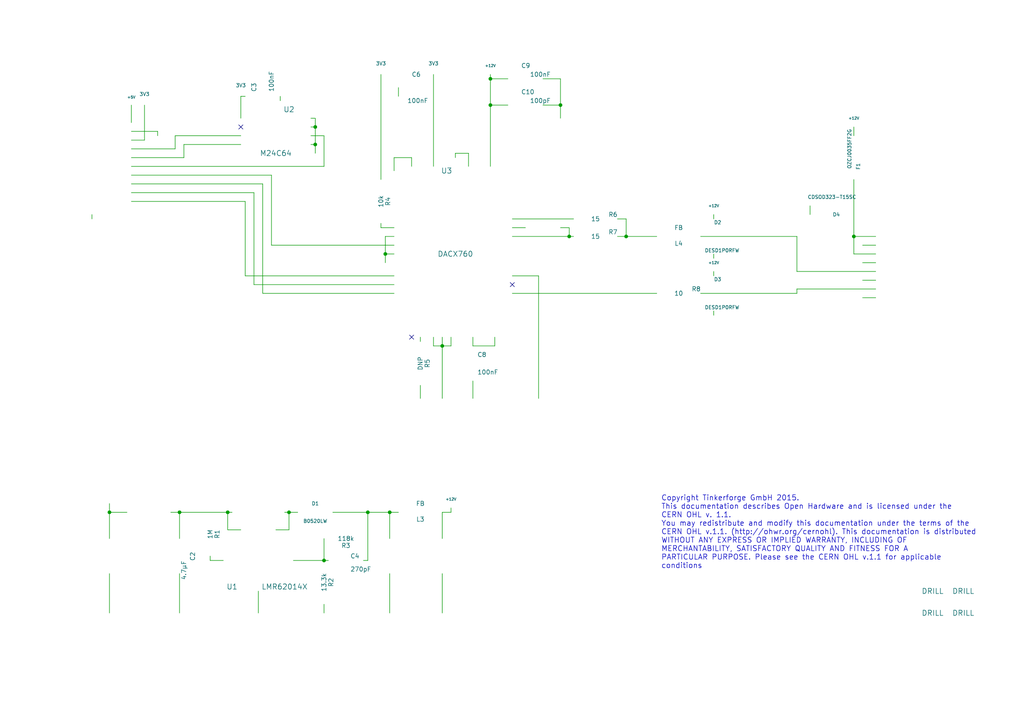
<source format=kicad_sch>
(kicad_sch (version 20230121) (generator eeschema)
  (paper "A4")
  (title_block (title "Industrial Analog Out") (date "Mi 01 Apr 2015") (rev "1.0") (company "Tinkerforge GmbH") (comment 1 "Licensed under CERN OHL v.1.1") (comment 2 "Copyright (©) 2015, B.Nordmeyer <bastian@tinkerforge.com>"))
  (lib_symbols)
  (junction (at 128.27 100.33))
  (junction (at 93.98 162.56))
  (junction (at 91.44 41.91))
  (junction (at 181.61 68.58))
  (junction (at 91.44 36.83))
  (junction (at 52.07 148.59))
  (junction (at 66.04 148.59))
  (junction (at 31.75 148.59))
  (junction (at 165.1 68.58))
  (junction (at 142.24 30.48))
  (junction (at 83.82 148.59))
  (junction (at 162.56 30.48))
  (junction (at 247.65 68.58))
  (junction (at 106.68 148.59))
  (junction (at 142.24 22.86))
  (junction (at 111.76 73.66))
  (junction (at 113.03 148.59))
  (no_connect (at 69.85 36.83))
  (no_connect (at 119.38 97.79))
  (no_connect (at 148.59 82.55))
  (wire (pts (xy 130.81 100.33) (xy 130.81 97.79)))
  (wire (pts (xy 119.38 48.26) (xy 119.38 45.72)))
  (wire (pts (xy 91.44 34.29) (xy 91.44 36.83)))
  (wire (pts (xy 76.2 53.34) (xy 76.2 85.09)))
  (wire (pts (xy 38.1 50.8) (xy 78.74 50.8)))
  (wire (pts (xy 96.52 148.59) (xy 106.68 148.59)))
  (wire (pts (xy 71.12 27.94) (xy 69.85 27.94)))
  (wire (pts (xy 250.19 86.36) (xy 254 86.36)))
  (wire (pts (xy 110.49 66.04) (xy 110.49 64.77)))
  (wire (pts (xy 60.96 162.56) (xy 60.96 161.29)))
  (wire (pts (xy 83.82 148.59) (xy 83.82 153.67)))
  (wire (pts (xy 130.81 147.32) (xy 130.81 148.59)))
  (wire (pts (xy 38.1 55.88) (xy 73.66 55.88)))
  (wire (pts (xy 137.16 110.49) (xy 137.16 115.57)))
  (wire (pts (xy 121.92 99.06) (xy 121.92 97.79)))
  (wire (pts (xy 38.1 40.64) (xy 41.91 40.64)))
  (wire (pts (xy 179.07 68.58) (xy 181.61 68.58)))
  (wire (pts (xy 250.19 76.2) (xy 254 76.2)))
  (wire (pts (xy 148.59 80.01) (xy 156.21 80.01)))
  (wire (pts (xy 231.14 85.09) (xy 231.14 83.82)))
  (wire (pts (xy 181.61 63.5) (xy 181.61 68.58)))
  (wire (pts (xy 69.85 27.94) (xy 69.85 34.29)))
  (wire (pts (xy 113.03 148.59) (xy 113.03 156.21)))
  (wire (pts (xy 93.98 39.37) (xy 93.98 48.26)))
  (wire (pts (xy 157.48 22.86) (xy 162.56 22.86)))
  (wire (pts (xy 78.74 50.8) (xy 78.74 71.12)))
  (wire (pts (xy 165.1 66.04) (xy 165.1 68.58)))
  (wire (pts (xy 53.34 41.91) (xy 69.85 41.91)))
  (wire (pts (xy 85.09 162.56) (xy 93.98 162.56)))
  (wire (pts (xy 121.92 111.76) (xy 121.92 115.57)))
  (wire (pts (xy 115.57 27.94) (xy 115.57 25.4)))
  (wire (pts (xy 247.65 36.83) (xy 247.65 39.37)))
  (wire (pts (xy 125.73 21.59) (xy 125.73 48.26)))
  (wire (pts (xy 254 71.12) (xy 250.19 71.12)))
  (wire (pts (xy 113.03 148.59) (xy 115.57 148.59)))
  (wire (pts (xy 110.49 52.07) (xy 110.49 21.59)))
  (wire (pts (xy 132.08 44.45) (xy 135.89 44.45)))
  (wire (pts (xy 128.27 97.79) (xy 128.27 100.33)))
  (wire (pts (xy 119.38 45.72) (xy 114.3 45.72)))
  (wire (pts (xy 31.75 177.8) (xy 31.75 166.37)))
  (wire (pts (xy 142.24 30.48) (xy 142.24 48.26)))
  (wire (pts (xy 231.14 83.82) (xy 254 83.82)))
  (wire (pts (xy 91.44 36.83) (xy 91.44 41.91)))
  (wire (pts (xy 106.68 148.59) (xy 113.03 148.59)))
  (wire (pts (xy 69.85 39.37) (xy 50.8 39.37)))
  (wire (pts (xy 254 81.28) (xy 250.19 81.28)))
  (wire (pts (xy 128.27 100.33) (xy 128.27 115.57)))
  (wire (pts (xy 91.44 36.83) (xy 90.17 36.83)))
  (wire (pts (xy 78.74 71.12) (xy 114.3 71.12)))
  (wire (pts (xy 83.82 148.59) (xy 86.36 148.59)))
  (wire (pts (xy 41.91 40.64) (xy 41.91 30.48)))
  (wire (pts (xy 207.01 91.44) (xy 207.01 90.17)))
  (wire (pts (xy 132.08 45.72) (xy 132.08 44.45)))
  (wire (pts (xy 148.59 68.58) (xy 165.1 68.58)))
  (wire (pts (xy 157.48 30.48) (xy 162.56 30.48)))
  (wire (pts (xy 247.65 68.58) (xy 247.65 73.66)))
  (wire (pts (xy 38.1 35.56) (xy 38.1 30.48)))
  (wire (pts (xy 90.17 39.37) (xy 93.98 39.37)))
  (wire (pts (xy 64.77 162.56) (xy 60.96 162.56)))
  (wire (pts (xy 207.01 74.93) (xy 207.01 73.66)))
  (wire (pts (xy 125.73 100.33) (xy 128.27 100.33)))
  (wire (pts (xy 147.32 22.86) (xy 142.24 22.86)))
  (wire (pts (xy 73.66 82.55) (xy 114.3 82.55)))
  (wire (pts (xy 114.3 80.01) (xy 71.12 80.01)))
  (wire (pts (xy 128.27 156.21) (xy 128.27 148.59)))
  (wire (pts (xy 142.24 22.86) (xy 142.24 30.48)))
  (wire (pts (xy 162.56 22.86) (xy 162.56 30.48)))
  (wire (pts (xy 26.67 63.5) (xy 26.67 62.23)))
  (wire (pts (xy 135.89 44.45) (xy 135.89 48.26)))
  (wire (pts (xy 93.98 48.26) (xy 38.1 48.26)))
  (wire (pts (xy 181.61 68.58) (xy 190.5 68.58)))
  (wire (pts (xy 71.12 58.42) (xy 38.1 58.42)))
  (wire (pts (xy 148.59 63.5) (xy 166.37 63.5)))
  (wire (pts (xy 45.72 38.1) (xy 45.72 39.37)))
  (wire (pts (xy 179.07 63.5) (xy 181.61 63.5)))
  (wire (pts (xy 111.76 68.58) (xy 111.76 73.66)))
  (wire (pts (xy 76.2 53.34) (xy 38.1 53.34)))
  (wire (pts (xy 125.73 97.79) (xy 125.73 100.33)))
  (wire (pts (xy 31.75 146.05) (xy 31.75 148.59)))
  (wire (pts (xy 130.81 148.59) (xy 128.27 148.59)))
  (wire (pts (xy 31.75 148.59) (xy 31.75 156.21)))
  (wire (pts (xy 156.21 80.01) (xy 156.21 115.57)))
  (wire (pts (xy 69.85 153.67) (xy 66.04 153.67)))
  (wire (pts (xy 143.51 100.33) (xy 143.51 97.79)))
  (wire (pts (xy 142.24 21.59) (xy 142.24 22.86)))
  (wire (pts (xy 114.3 66.04) (xy 110.49 66.04)))
  (wire (pts (xy 82.55 148.59) (xy 83.82 148.59)))
  (wire (pts (xy 111.76 73.66) (xy 111.76 76.2)))
  (wire (pts (xy 91.44 41.91) (xy 90.17 41.91)))
  (wire (pts (xy 165.1 68.58) (xy 166.37 68.58)))
  (wire (pts (xy 106.68 148.59) (xy 106.68 162.56)))
  (wire (pts (xy 114.3 73.66) (xy 111.76 73.66)))
  (wire (pts (xy 162.56 30.48) (xy 162.56 34.29)))
  (wire (pts (xy 93.98 177.8) (xy 93.98 175.26)))
  (wire (pts (xy 52.07 148.59) (xy 66.04 148.59)))
  (wire (pts (xy 128.27 100.33) (xy 130.81 100.33)))
  (wire (pts (xy 91.44 41.91) (xy 91.44 44.45)))
  (wire (pts (xy 162.56 66.04) (xy 165.1 66.04)))
  (wire (pts (xy 148.59 85.09) (xy 190.5 85.09)))
  (wire (pts (xy 74.93 177.8) (xy 74.93 171.45)))
  (wire (pts (xy 50.8 43.18) (xy 38.1 43.18)))
  (wire (pts (xy 203.2 85.09) (xy 231.14 85.09)))
  (wire (pts (xy 53.34 45.72) (xy 53.34 41.91)))
  (wire (pts (xy 76.2 85.09) (xy 114.3 85.09)))
  (wire (pts (xy 38.1 38.1) (xy 45.72 38.1)))
  (wire (pts (xy 66.04 148.59) (xy 67.31 148.59)))
  (wire (pts (xy 231.14 68.58) (xy 231.14 78.74)))
  (wire (pts (xy 50.8 39.37) (xy 50.8 43.18)))
  (wire (pts (xy 52.07 177.8) (xy 52.07 166.37)))
  (wire (pts (xy 137.16 100.33) (xy 143.51 100.33)))
  (wire (pts (xy 247.65 52.07) (xy 247.65 68.58)))
  (wire (pts (xy 231.14 78.74) (xy 254 78.74)))
  (wire (pts (xy 73.66 55.88) (xy 73.66 82.55)))
  (wire (pts (xy 207.01 62.23) (xy 207.01 63.5)))
  (wire (pts (xy 247.65 68.58) (xy 254 68.58)))
  (wire (pts (xy 147.32 30.48) (xy 142.24 30.48)))
  (wire (pts (xy 83.82 153.67) (xy 80.01 153.67)))
  (wire (pts (xy 71.12 80.01) (xy 71.12 58.42)))
  (wire (pts (xy 203.2 68.58) (xy 231.14 68.58)))
  (wire (pts (xy 36.83 148.59) (xy 31.75 148.59)))
  (wire (pts (xy 113.03 166.37) (xy 113.03 177.8)))
  (wire (pts (xy 106.68 162.56) (xy 105.41 162.56)))
  (wire (pts (xy 52.07 148.59) (xy 52.07 156.21)))
  (wire (pts (xy 66.04 153.67) (xy 66.04 148.59)))
  (wire (pts (xy 93.98 156.21) (xy 93.98 162.56)))
  (wire (pts (xy 114.3 68.58) (xy 111.76 68.58)))
  (wire (pts (xy 148.59 66.04) (xy 152.4 66.04)))
  (wire (pts (xy 128.27 177.8) (xy 128.27 166.37)))
  (wire (pts (xy 38.1 45.72) (xy 53.34 45.72)))
  (wire (pts (xy 49.53 148.59) (xy 52.07 148.59)))
  (wire (pts (xy 91.44 34.29) (xy 90.17 34.29)))
  (wire (pts (xy 93.98 162.56) (xy 95.25 162.56)))
  (wire (pts (xy 114.3 45.72) (xy 114.3 49.53)))
  (wire (pts (xy 137.16 97.79) (xy 137.16 100.33)))
  (wire (pts (xy 234.95 62.23) (xy 234.95 59.69)))
  (wire (pts (xy 81.28 29.21) (xy 81.28 27.94)))
  (wire (pts (xy 247.65 73.66) (xy 254 73.66)))
  (wire (pts (xy 207.01 80.01) (xy 207.01 78.74)))
  (text "Copyright Tinkerforge GmbH 2015.\nThis documentation describes Open Hardware and is licensed under the\nCERN OHL v. 1.1.\nYou may redistribute and modify this documentation under the terms of the\nCERN OHL v.1.1. (http://ohwr.org/cernohl). This documentation is distributed\nWITHOUT ANY EXPRESS OR IMPLIED WARRANTY, INCLUDING OF\nMERCHANTABILITY, SATISFACTORY QUALITY AND FITNESS FOR A\nPARTICULAR PURPOSE. Please see the CERN OHL v.1.1 for applicable\nconditions\n" (at 191.77 165.1 0) (effects (font (size 1.524 1.524)) (justify left bottom)))
  (symbol (lib_id "CAT24C") (at 80.01 44.45 0) (mirror y) (unit 1)
    (property "Reference" "U2" (at 83.82 31.75 0) (effects (font (size 1.524 1.524))))
    (property "Value" "M24C64" (at 80.01 44.45 0) (effects (font (size 1.524 1.524))))
    (property "Footprint" "kicad-libraries:SOIC8" (effects hide))
  )
  (symbol (lib_id "CON-SENSOR") (at 26.67 46.99 0) (mirror y) (unit 1)
    (property "Reference" "P1" (at 21.59 33.02 0) (effects (font (size 1.524 1.524))))
    (property "Value" "CON-SENSOR" (at 21.59 46.99 90) (effects (font (size 1.524 1.524))))
    (property "Footprint" "kicad-libraries:CON-SENSOR" (effects hide))
  )
  (symbol (lib_id "3V3") (at 41.91 30.48 0) (unit 1)
    (property "Reference" "#PWR06" (effects hide))
    (property "Value" "3V3" (at 41.91 27.305 0) (effects (font (size 1.016 1.016))))
  )
  (symbol (lib_id "3V3") (at 69.85 27.94 0) (unit 1)
    (property "Reference" "#PWR05" (effects hide))
    (property "Value" "3V3" (at 69.85 24.765 0) (effects (font (size 1.016 1.016))))
  )
  (symbol (lib_id "GND") (at 91.44 44.45 0) (unit 1)
    (property "Reference" "#PWR04" (effects hide))
    (property "Value" "GND" (effects hide))
  )
  (symbol (lib_id "GND") (at 81.28 29.21 0) (unit 1)
    (property "Reference" "#PWR03" (effects hide))
    (property "Value" "GND" (effects hide))
  )
  (symbol (lib_id "C") (at 76.2 27.94 90) (unit 1)
    (property "Reference" "C3" (at 73.66 26.67 0) (effects (justify left)))
    (property "Value" "100nF" (at 78.74 26.67 0) (effects (justify left)))
    (property "Footprint" "kicad-libraries:C0603" (effects hide))
  )
  (symbol (lib_id "GND") (at 45.72 39.37 0) (unit 1)
    (property "Reference" "#PWR02" (effects hide))
    (property "Value" "GND" (effects hide))
  )
  (symbol (lib_id "DRILL") (at 279.4 177.8 0) (unit 1)
    (property "Reference" "U7" (effects hide))
    (property "Value" "DRILL" (at 279.4 177.8 0) (effects (font (size 1.524 1.524))))
    (property "Footprint" "kicad-libraries:DRILL_NP" (effects hide))
  )
  (symbol (lib_id "DRILL") (at 279.4 171.45 0) (unit 1)
    (property "Reference" "U6" (effects hide))
    (property "Value" "DRILL" (at 279.4 171.45 0) (effects (font (size 1.524 1.524))))
    (property "Footprint" "kicad-libraries:DRILL_NP" (effects hide))
  )
  (symbol (lib_id "DRILL") (at 270.51 171.45 0) (unit 1)
    (property "Reference" "U4" (effects hide))
    (property "Value" "DRILL" (at 270.51 171.45 0) (effects (font (size 1.524 1.524))))
    (property "Footprint" "kicad-libraries:DRILL_NP" (effects hide))
  )
  (symbol (lib_id "DRILL") (at 270.51 177.8 0) (unit 1)
    (property "Reference" "U5" (effects hide))
    (property "Value" "DRILL" (at 270.51 177.8 0) (effects (font (size 1.524 1.524))))
    (property "Footprint" "kicad-libraries:DRILL_NP" (effects hide))
  )
  (symbol (lib_id "GND") (at 26.67 63.5 0) (unit 1)
    (property "Reference" "#PWR01" (effects hide))
    (property "Value" "GND" (effects hide))
  )
  (symbol (lib_id "+5V") (at 38.1 30.48 0) (unit 1)
    (property "Reference" "#PWR07" (effects hide))
    (property "Value" "+5V" (at 38.1 28.194 0) (effects (font (size 0.762 0.762))))
  )
  (symbol (lib_id "CONN_8") (at 262.89 77.47 0) (unit 1)
    (property "Reference" "P2" (at 261.62 77.47 90) (effects (font (size 1.524 1.524))))
    (property "Value" "CONN_8" (at 264.16 77.47 90) (effects (font (size 1.524 1.524))))
    (property "Footprint" "kicad-libraries:OQ_8P" (effects hide))
  )
  (symbol (lib_id "DACX760") (at 132.08 73.66 0) (unit 1)
    (property "Reference" "U3" (at 129.54 49.53 0) (effects (font (size 1.524 1.524))))
    (property "Value" "DACX760" (at 132.08 73.66 0) (effects (font (size 1.524 1.524))))
    (property "Footprint" "kicad-libraries:TSSOP24-44-PWR" (effects hide))
  )
  (symbol (lib_id "R") (at 110.49 58.42 0) (unit 1)
    (property "Reference" "R4" (at 112.522 58.42 90))
    (property "Value" "10k" (at 110.49 58.42 90))
    (property "Footprint" "kicad-libraries:R0603" (effects hide))
  )
  (symbol (lib_id "3V3") (at 110.49 21.59 0) (unit 1)
    (property "Reference" "#PWR08" (effects hide))
    (property "Value" "3V3" (at 110.49 18.415 0) (effects (font (size 1.016 1.016))))
  )
  (symbol (lib_id "3V3") (at 125.73 21.59 0) (unit 1)
    (property "Reference" "#PWR09" (effects hide))
    (property "Value" "3V3" (at 125.73 18.415 0) (effects (font (size 1.016 1.016))))
  )
  (symbol (lib_id "GND") (at 111.76 76.2 0) (unit 1)
    (property "Reference" "#PWR010" (effects hide))
    (property "Value" "GND" (effects hide))
  )
  (symbol (lib_id "GND") (at 128.27 115.57 0) (unit 1)
    (property "Reference" "#PWR011" (effects hide))
    (property "Value" "GND" (effects hide))
  )
  (symbol (lib_id "C") (at 137.16 105.41 0) (unit 1)
    (property "Reference" "C8" (at 138.43 102.87 0) (effects (justify left)))
    (property "Value" "100nF" (at 138.43 107.95 0) (effects (justify left)))
    (property "Footprint" "kicad-libraries:C0603" (effects hide))
  )
  (symbol (lib_id "GND") (at 137.16 115.57 0) (unit 1)
    (property "Reference" "#PWR012" (effects hide))
    (property "Value" "GND" (effects hide))
  )
  (symbol (lib_id "C") (at 120.65 25.4 270) (unit 1)
    (property "Reference" "C6" (at 119.38 21.59 90) (effects (justify left)))
    (property "Value" "100nF" (at 118.11 29.21 90) (effects (justify left)))
    (property "Footprint" "kicad-libraries:C0603" (effects hide))
  )
  (symbol (lib_id "GND") (at 115.57 27.94 0) (unit 1)
    (property "Reference" "#PWR013" (effects hide))
    (property "Value" "GND" (effects hide))
  )
  (symbol (lib_id "C") (at 152.4 22.86 270) (unit 1)
    (property "Reference" "C9" (at 151.13 19.05 90) (effects (justify left)))
    (property "Value" "100nF" (at 153.67 21.59 90) (effects (justify left)))
    (property "Footprint" "kicad-libraries:C0603" (effects hide))
  )
  (symbol (lib_id "C") (at 152.4 30.48 270) (unit 1)
    (property "Reference" "C10" (at 151.13 26.67 90) (effects (justify left)))
    (property "Value" "100pF" (at 153.67 29.21 90) (effects (justify left)))
    (property "Footprint" "kicad-libraries:C0603" (effects hide))
  )
  (symbol (lib_id "GND") (at 162.56 34.29 0) (unit 1)
    (property "Reference" "#PWR014" (effects hide))
    (property "Value" "GND" (effects hide))
  )
  (symbol (lib_id "+12V") (at 142.24 21.59 0) (unit 1)
    (property "Reference" "#PWR015" (effects hide))
    (property "Value" "+12V" (at 142.24 19.05 0) (effects (font (size 0.762 0.762))))
  )
  (symbol (lib_id "GND") (at 114.3 49.53 0) (unit 1)
    (property "Reference" "#PWR016" (effects hide))
    (property "Value" "GND" (effects hide))
  )
  (symbol (lib_id "R") (at 121.92 105.41 0) (unit 1)
    (property "Reference" "R5" (at 123.952 105.41 90))
    (property "Value" "DNP" (at 121.92 105.41 90))
    (property "Footprint" "kicad-libraries:R0603" (effects hide))
  )
  (symbol (lib_id "GND") (at 121.92 115.57 0) (unit 1)
    (property "Reference" "#PWR017" (effects hide))
    (property "Value" "GND" (effects hide))
  )
  (symbol (lib_id "GND") (at 250.19 76.2 270) (unit 1)
    (property "Reference" "#PWR018" (effects hide))
    (property "Value" "GND" (effects hide))
  )
  (symbol (lib_id "R") (at 172.72 63.5 270) (unit 1)
    (property "Reference" "R6" (at 177.8 62.23 90))
    (property "Value" "15" (at 172.72 63.5 90))
    (property "Footprint" "kicad-libraries:R0603" (effects hide))
  )
  (symbol (lib_id "R") (at 172.72 68.58 270) (unit 1)
    (property "Reference" "R7" (at 177.8 67.31 90))
    (property "Value" "15" (at 172.72 68.58 90))
    (property "Footprint" "kicad-libraries:R0603" (effects hide))
  )
  (symbol (lib_id "C") (at 157.48 66.04 270) (unit 1)
    (property "Reference" "C11" (at 158.75 64.77 90) (effects (justify left)))
    (property "Value" "1nF" (at 158.75 67.31 90) (effects (justify left)))
    (property "Footprint" "kicad-libraries:C0603" (effects hide))
  )
  (symbol (lib_id "GND") (at 156.21 115.57 0) (unit 1)
    (property "Reference" "#PWR019" (effects hide))
    (property "Value" "GND" (effects hide))
  )
  (symbol (lib_id "+12V") (at 130.81 147.32 0) (unit 1)
    (property "Reference" "#PWR035" (effects hide))
    (property "Value" "+12V" (at 130.81 144.78 0) (effects (font (size 0.762 0.762))))
  )
  (symbol (lib_id "+5V") (at 31.75 146.05 0) (unit 1)
    (property "Reference" "#PWR034" (effects hide))
    (property "Value" "+5V" (at 31.75 143.764 0) (effects (font (size 0.762 0.762))))
  )
  (symbol (lib_id "GND") (at 132.08 45.72 0) (unit 1)
    (property "Reference" "#PWR020" (effects hide))
    (property "Value" "GND" (effects hide))
  )
  (symbol (lib_id "+12V") (at 247.65 36.83 0) (unit 1)
    (property "Reference" "#PWR021" (effects hide))
    (property "Value" "+12V" (at 247.65 34.29 0) (effects (font (size 0.762 0.762))))
  )
  (symbol (lib_id "GND") (at 250.19 71.12 270) (unit 1)
    (property "Reference" "#PWR022" (effects hide))
    (property "Value" "GND" (effects hide))
  )
  (symbol (lib_id "FUSE") (at 247.65 45.72 270) (unit 1)
    (property "Reference" "F1" (at 248.92 48.26 0) (effects (font (size 1.016 1.016))))
    (property "Value" "OZCJ0035FF2G" (at 246.38 43.18 0) (effects (font (size 1.016 1.016))))
    (property "Footprint" "kicad-libraries:C1206" (effects hide))
  )
  (symbol (lib_id "INDUCT") (at 196.85 68.58 270) (unit 1)
    (property "Reference" "L4" (at 196.85 70.612 90))
    (property "Value" "FB" (at 196.85 66.04 90))
    (property "Footprint" "kicad-libraries:C0603" (effects hide))
  )
  (symbol (lib_id "R") (at 196.85 85.09 270) (unit 1)
    (property "Reference" "R8" (at 201.93 83.82 90))
    (property "Value" "10" (at 196.85 85.09 90))
    (property "Footprint" "kicad-libraries:R0603" (effects hide))
  )
  (symbol (lib_id "TVS2") (at 207.01 85.09 0) (unit 1)
    (property "Reference" "D3" (at 208.153 81.026 0) (effects (font (size 1.016 1.016))))
    (property "Value" "DESD1P0RFW" (at 209.423 89.154 0) (effects (font (size 1.016 1.016))))
    (property "Footprint" "kicad-libraries:SOT23-3" (effects hide))
  )
  (symbol (lib_id "GND") (at 250.19 81.28 270) (unit 1)
    (property "Reference" "#PWR023" (effects hide))
    (property "Value" "GND" (effects hide))
  )
  (symbol (lib_id "GND") (at 250.19 86.36 270) (unit 1)
    (property "Reference" "#PWR024" (effects hide))
    (property "Value" "GND" (effects hide))
  )
  (symbol (lib_id "TVS") (at 241.3 59.69 180) (unit 1)
    (property "Reference" "D4" (at 242.57 62.23 0) (effects (font (size 1.016 1.016))))
    (property "Value" "CDSOD323-T15SC" (at 241.3 57.15 0) (effects (font (size 1.016 1.016))))
    (property "Footprint" "kicad-libraries:SOD-323" (effects hide))
  )
  (symbol (lib_id "GND") (at 234.95 62.23 0) (unit 1)
    (property "Reference" "#PWR025" (effects hide))
    (property "Value" "GND" (effects hide))
  )
  (symbol (lib_id "TVS2") (at 207.01 68.58 0) (unit 1)
    (property "Reference" "D2" (at 208.153 64.516 0) (effects (font (size 1.016 1.016))))
    (property "Value" "DESD1P0RFW" (at 209.423 72.644 0) (effects (font (size 1.016 1.016))))
    (property "Footprint" "kicad-libraries:SOT23-3" (effects hide))
  )
  (symbol (lib_id "+12V") (at 207.01 62.23 0) (unit 1)
    (property "Reference" "#PWR026" (effects hide))
    (property "Value" "+12V" (at 207.01 59.69 0) (effects (font (size 0.762 0.762))))
  )
  (symbol (lib_id "+12V") (at 207.01 78.74 0) (unit 1)
    (property "Reference" "#PWR027" (effects hide))
    (property "Value" "+12V" (at 207.01 76.2 0) (effects (font (size 0.762 0.762))))
  )
  (symbol (lib_id "GND") (at 207.01 74.93 0) (unit 1)
    (property "Reference" "#PWR028" (effects hide))
    (property "Value" "GND" (effects hide))
  )
  (symbol (lib_id "GND") (at 207.01 91.44 0) (unit 1)
    (property "Reference" "#PWR029" (effects hide))
    (property "Value" "GND" (effects hide))
  )
  (symbol (lib_id "LMR62014X") (at 74.93 162.56 0) (unit 1)
    (property "Reference" "U1" (at 67.31 170.18 0) (effects (font (size 1.524 1.524))))
    (property "Value" "LMR62014X" (at 82.55 170.18 0) (effects (font (size 1.524 1.524))))
    (property "Footprint" "kicad-libraries:SOT23-5" (effects hide))
  )
  (symbol (lib_id "GND") (at 74.93 177.8 0) (unit 1)
    (property "Reference" "#PWR033" (effects hide))
    (property "Value" "GND" (effects hide))
  )
  (symbol (lib_id "INDUCTOR") (at 74.93 148.59 0) (mirror y) (unit 1)
    (property "Reference" "L2" (at 76.2 148.59 90) (effects (font (size 1.016 1.016))))
    (property "Value" "10µH" (at 72.39 148.59 90) (effects (font (size 1.016 1.016))))
    (property "Footprint" "kicad-libraries:NR3030" (effects hide))
  )
  (symbol (lib_id "DIODESCH") (at 91.44 148.59 0) (unit 1)
    (property "Reference" "D1" (at 91.44 146.05 0) (effects (font (size 1.016 1.016))))
    (property "Value" "B0520LW" (at 91.44 151.13 0) (effects (font (size 1.016 1.016))))
    (property "Footprint" "kicad-libraries:SOD-123" (effects hide))
  )
  (symbol (lib_id "C") (at 113.03 161.29 180) (unit 1)
    (property "Reference" "C5" (at 116.84 160.02 90) (effects (justify left)))
    (property "Value" "4.7µF" (at 114.3 162.56 90) (effects (justify left)))
    (property "Footprint" "kicad-libraries:C0805" (effects hide))
  )
  (symbol (lib_id "R") (at 93.98 168.91 0) (unit 1)
    (property "Reference" "R2" (at 96.012 168.91 90))
    (property "Value" "13.3k" (at 93.98 168.91 90))
    (property "Footprint" "kicad-libraries:R0603" (effects hide))
  )
  (symbol (lib_id "C") (at 100.33 162.56 270) (unit 1)
    (property "Reference" "C4" (at 101.6 161.29 90) (effects (justify left)))
    (property "Value" "270pF" (at 101.6 165.1 90) (effects (justify left)))
    (property "Footprint" "kicad-libraries:C0603" (effects hide))
  )
  (symbol (lib_id "GND") (at 93.98 177.8 0) (unit 1)
    (property "Reference" "#PWR032" (effects hide))
    (property "Value" "GND" (effects hide))
  )
  (symbol (lib_id "R") (at 100.33 156.21 270) (unit 1)
    (property "Reference" "R3" (at 100.33 158.242 90))
    (property "Value" "118k" (at 100.33 156.21 90))
    (property "Footprint" "kicad-libraries:R0603" (effects hide))
  )
  (symbol (lib_id "GND") (at 113.03 177.8 0) (unit 1)
    (property "Reference" "#PWR031" (effects hide))
    (property "Value" "GND" (effects hide))
  )
  (symbol (lib_id "C") (at 52.07 161.29 180) (unit 1)
    (property "Reference" "C2" (at 55.88 160.02 90) (effects (justify left)))
    (property "Value" "4.7µF" (at 53.34 162.56 90) (effects (justify left)))
    (property "Footprint" "kicad-libraries:C0805" (effects hide))
  )
  (symbol (lib_id "R") (at 60.96 154.94 0) (unit 1)
    (property "Reference" "R1" (at 62.992 154.94 90))
    (property "Value" "1M" (at 60.96 154.94 90))
    (property "Footprint" "kicad-libraries:R0603" (effects hide))
  )
  (symbol (lib_id "GND") (at 52.07 177.8 0) (unit 1)
    (property "Reference" "#PWR030" (effects hide))
    (property "Value" "GND" (effects hide))
  )
  (symbol (lib_id "INDUCT") (at 121.92 148.59 270) (unit 1)
    (property "Reference" "L3" (at 121.92 150.622 90))
    (property "Value" "FB" (at 121.92 146.05 90))
    (property "Footprint" "kicad-libraries:C0603" (effects hide))
  )
  (symbol (lib_id "C") (at 128.27 161.29 180) (unit 1)
    (property "Reference" "C7" (at 132.08 160.02 90) (effects (justify left)))
    (property "Value" "4.7µF" (at 129.54 162.56 90) (effects (justify left)))
    (property "Footprint" "kicad-libraries:C0805" (effects hide))
  )
  (symbol (lib_id "GND") (at 128.27 177.8 0) (unit 1)
    (property "Reference" "#PWR036" (effects hide))
    (property "Value" "GND" (effects hide))
  )
  (symbol (lib_id "INDUCT") (at 43.18 148.59 270) (unit 1)
    (property "Reference" "L1" (at 43.18 150.622 90))
    (property "Value" "FB" (at 43.18 146.05 90))
    (property "Footprint" "kicad-libraries:C0603" (effects hide))
  )
  (symbol (lib_id "C") (at 31.75 161.29 180) (unit 1)
    (property "Reference" "C1" (at 35.56 160.02 90) (effects (justify left)))
    (property "Value" "4.7µF" (at 33.02 162.56 90) (effects (justify left)))
    (property "Footprint" "kicad-libraries:C0805" (effects hide))
  )
  (symbol (lib_id "GND") (at 31.75 177.8 0) (unit 1)
    (property "Reference" "#PWR037" (effects hide))
    (property "Value" "GND" (effects hide))
  )
)
</source>
